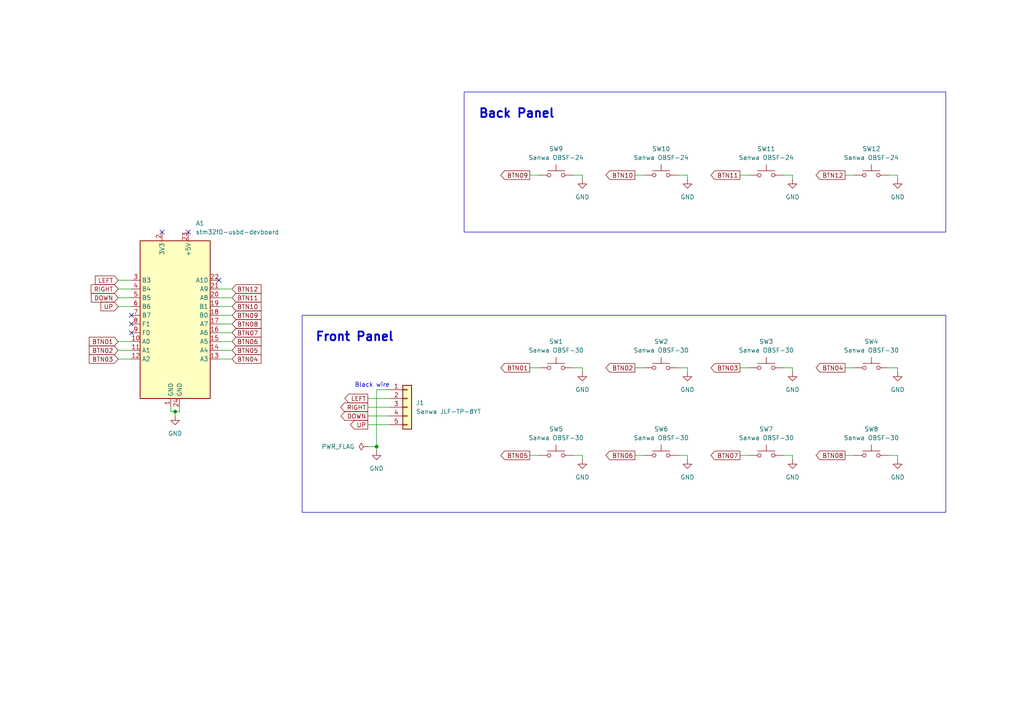
<source format=kicad_sch>
(kicad_sch (version 20250114) (generator "eeschema") (generator_version "9.0")
  (paper "A4")
  (title_block (title "fightstick") (comment 3 "Released under CERN Open Hardware Licence Version 2 - Strongly Reciprocal") (comment 4 "Designed by: Rafael G. Martins"))
  (lib_symbols
    (symbol "Connector_Generic:Conn_01x05" (pin_names (offset 1.016) (hide yes))
      (property "Reference" "J" (at 0 7.62 0))
      (property "Value" "Conn_01x05" (at 0 -7.62 0))
      (symbol "Conn_01x05_1_1"
        (rectangle (start -1.27 6.35) (end 1.27 -6.35) (stroke (width 0.254)) (fill (type background)))
        (rectangle (start -1.27 5.207) (end 0 4.953) (stroke (width 0.1524)))
        (rectangle (start -1.27 2.667) (end 0 2.413) (stroke (width 0.1524)))
        (rectangle (start -1.27 0.127) (end 0 -0.127) (stroke (width 0.1524)))
        (rectangle (start -1.27 -2.413) (end 0 -2.667) (stroke (width 0.1524)))
        (rectangle (start -1.27 -4.953) (end 0 -5.207) (stroke (width 0.1524)))
        (pin passive line (at -5.08 5.08 0) (length 3.81) (name "Pin_1") (number "1"))
        (pin passive line (at -5.08 2.54 0) (length 3.81) (name "Pin_2") (number "2"))
        (pin passive line (at -5.08 0 0) (length 3.81) (name "Pin_3") (number "3"))
        (pin passive line (at -5.08 -2.54 0) (length 3.81) (name "Pin_4") (number "4"))
        (pin passive line (at -5.08 -5.08 0) (length 3.81) (name "Pin_5") (number "5"))
      )
    )
    (symbol "Switch:SW_Push" (pin_numbers (hide yes)) (pin_names (offset 1.016) (hide yes))
      (property "Reference" "SW" (at 1.27 2.54 0))
      (property "Value" "SW_Push" (at 0 -1.524 0))
      (symbol "SW_Push_0_1"
        (circle (center -2.032 0) (radius 0.508))
        (polyline (pts (xy 0 1.27) (xy 0 3.048)))
        (circle (center 2.032 0) (radius 0.508))
        (polyline (pts (xy 2.54 1.27) (xy -2.54 1.27)))
        (pin passive line (at -5.08 0 0) (length 2.54) (name "1") (number "1"))
        (pin passive line (at 5.08 0 180) (length 2.54) (name "2") (number "2"))
      )
    )
    (symbol "power:GND" (power) (pin_numbers (hide yes)) (pin_names (offset 0) (hide yes))
      (property "Value" "GND" (at 0 -3.81 0))
      (symbol "GND_0_1"
        (polyline (pts (xy 0 0) (xy 0 -1.27) (xy 1.27 -1.27) (xy 0 -2.54) (xy -1.27 -1.27) (xy 0 -1.27)))
      )
      (symbol "GND_1_1"
        (pin power_in line (at 0 0 270) (length 0) (name "~") (number "1"))
      )
    )
    (symbol "power:PWR_FLAG" (power) (pin_numbers (hide yes)) (pin_names (offset 0) (hide yes))
      (property "Value" "PWR_FLAG" (at 0 3.81 0))
      (symbol "PWR_FLAG_0_0"
        (pin power_out line (at 0 0 90) (length 0) (name "~") (number "1"))
      )
      (symbol "PWR_FLAG_0_1"
        (polyline (pts (xy 0 0) (xy 0 1.27) (xy -1.016 1.905) (xy 0 2.54) (xy 1.016 1.905) (xy 0 1.27)))
      )
    )
    (symbol "stm32-usbd-devboards:stm32f0-usbd-devboard"
      (property "Reference" "A" (at -10.16 23.495 0))
      (property "Value" "stm32f0-usbd-devboard" (at 3.81 -24.13 0))
      (symbol "stm32f0-usbd-devboard_0_1"
        (rectangle (start -10.16 22.86) (end 10.16 -22.86) (stroke (width 0.254)) (fill (type background)))
      )
      (symbol "stm32f0-usbd-devboard_1_1"
        (pin bidirectional line (at -12.7 11.43 0) (length 2.54) (name "B3") (number "3"))
        (pin bidirectional line (at -12.7 8.89 0) (length 2.54) (name "B4") (number "4"))
        (pin bidirectional line (at -12.7 6.35 0) (length 2.54) (name "B5") (number "5"))
        (pin bidirectional line (at -12.7 3.81 0) (length 2.54) (name "B6") (number "6"))
        (pin bidirectional line (at -12.7 1.27 0) (length 2.54) (name "B7") (number "7"))
        (pin bidirectional line (at -12.7 -1.27 0) (length 2.54) (name "F1") (number "8"))
        (pin bidirectional line (at -12.7 -3.81 0) (length 2.54) (name "F0") (number "9"))
        (pin bidirectional line (at -12.7 -6.35 0) (length 2.54) (name "A0") (number "10"))
        (pin bidirectional line (at -12.7 -8.89 0) (length 2.54) (name "A1") (number "11"))
        (pin bidirectional line (at -12.7 -11.43 0) (length 2.54) (name "A2") (number "12"))
        (pin power_out line (at -3.81 25.4 270) (length 2.54) (name "3V3") (number "2"))
        (pin power_in line (at -1.27 -25.4 90) (length 2.54) (name "GND") (number "1"))
        (pin power_in line (at 1.27 -25.4 90) (length 2.54) (name "GND") (number "24"))
        (pin power_out line (at 3.81 25.4 270) (length 2.54) (name "+5V") (number "23"))
        (pin bidirectional line (at 12.7 11.43 180) (length 2.54) (name "A10") (number "22"))
        (pin bidirectional line (at 12.7 8.89 180) (length 2.54) (name "A9") (number "21"))
        (pin bidirectional line (at 12.7 6.35 180) (length 2.54) (name "A8") (number "20"))
        (pin bidirectional line (at 12.7 3.81 180) (length 2.54) (name "B1") (number "19"))
        (pin bidirectional line (at 12.7 1.27 180) (length 2.54) (name "B0") (number "18"))
        (pin bidirectional line (at 12.7 -1.27 180) (length 2.54) (name "A7") (number "17"))
        (pin bidirectional line (at 12.7 -3.81 180) (length 2.54) (name "A6") (number "16"))
        (pin bidirectional line (at 12.7 -6.35 180) (length 2.54) (name "A5") (number "15"))
        (pin bidirectional line (at 12.7 -8.89 180) (length 2.54) (name "A4") (number "14"))
        (pin bidirectional line (at 12.7 -11.43 180) (length 2.54) (name "A3") (number "13"))
      )
    )
  )
  (rectangle (start 87.63 91.44) (end 274.32 148.59))
  (rectangle (start 134.62 26.67) (end 274.32 67.31))
  (text "Front Panel" (at 102.87 97.79 0) (effects (font (size 2.54 2.54) (thickness 0.508) (bold yes))))
  (text "Black wire" (at 107.95 111.76 0) (effects (font (size 1.27 1.27))))
  (text "Back Panel" (at 149.86 33.02 0) (effects (font (size 2.54 2.54) (thickness 0.508) (bold yes))))
  (junction (at 109.22 129.54))
  (junction (at 50.8 119.38))
  (no_connect (at 38.1 91.44))
  (no_connect (at 46.99 67.31))
  (no_connect (at 38.1 96.52))
  (no_connect (at 38.1 93.98))
  (no_connect (at 54.61 67.31))
  (no_connect (at 63.5 81.28))
  (wire (pts (xy 106.68 123.19) (xy 113.03 123.19)))
  (wire (pts (xy 63.5 86.36) (xy 67.31 86.36)))
  (wire (pts (xy 106.68 115.57) (xy 113.03 115.57)))
  (wire (pts (xy 260.35 106.68) (xy 260.35 107.95)))
  (wire (pts (xy 109.22 113.03) (xy 113.03 113.03)))
  (wire (pts (xy 184.15 132.08) (xy 186.69 132.08)))
  (wire (pts (xy 184.15 50.8) (xy 186.69 50.8)))
  (wire (pts (xy 153.67 50.8) (xy 156.21 50.8)))
  (wire (pts (xy 168.91 106.68) (xy 168.91 107.95)))
  (wire (pts (xy 199.39 132.08) (xy 199.39 133.35)))
  (wire (pts (xy 214.63 106.68) (xy 217.17 106.68)))
  (wire (pts (xy 34.29 86.36) (xy 38.1 86.36)))
  (wire (pts (xy 257.81 50.8) (xy 260.35 50.8)))
  (wire (pts (xy 63.5 104.14) (xy 67.31 104.14)))
  (wire (pts (xy 168.91 50.8) (xy 168.91 52.07)))
  (wire (pts (xy 34.29 104.14) (xy 38.1 104.14)))
  (wire (pts (xy 168.91 132.08) (xy 168.91 133.35)))
  (wire (pts (xy 153.67 132.08) (xy 156.21 132.08)))
  (wire (pts (xy 196.85 132.08) (xy 199.39 132.08)))
  (wire (pts (xy 229.87 132.08) (xy 229.87 133.35)))
  (wire (pts (xy 34.29 88.9) (xy 38.1 88.9)))
  (wire (pts (xy 153.67 106.68) (xy 156.21 106.68)))
  (wire (pts (xy 34.29 83.82) (xy 38.1 83.82)))
  (wire (pts (xy 227.33 132.08) (xy 229.87 132.08)))
  (wire (pts (xy 227.33 106.68) (xy 229.87 106.68)))
  (wire (pts (xy 229.87 50.8) (xy 229.87 52.07)))
  (wire (pts (xy 63.5 83.82) (xy 67.31 83.82)))
  (wire (pts (xy 166.37 132.08) (xy 168.91 132.08)))
  (wire (pts (xy 260.35 133.35) (xy 260.35 132.08)))
  (wire (pts (xy 50.8 119.38) (xy 52.07 119.38)))
  (wire (pts (xy 184.15 106.68) (xy 186.69 106.68)))
  (wire (pts (xy 63.5 88.9) (xy 67.31 88.9)))
  (wire (pts (xy 257.81 106.68) (xy 260.35 106.68)))
  (wire (pts (xy 214.63 50.8) (xy 217.17 50.8)))
  (wire (pts (xy 214.63 132.08) (xy 217.17 132.08)))
  (wire (pts (xy 260.35 50.8) (xy 260.35 52.07)))
  (wire (pts (xy 229.87 106.68) (xy 229.87 107.95)))
  (wire (pts (xy 109.22 130.81) (xy 109.22 129.54)))
  (wire (pts (xy 166.37 106.68) (xy 168.91 106.68)))
  (wire (pts (xy 199.39 50.8) (xy 199.39 52.07)))
  (wire (pts (xy 227.33 50.8) (xy 229.87 50.8)))
  (wire (pts (xy 49.53 118.11) (xy 49.53 119.38)))
  (wire (pts (xy 34.29 99.06) (xy 38.1 99.06)))
  (wire (pts (xy 63.5 91.44) (xy 67.31 91.44)))
  (wire (pts (xy 34.29 101.6) (xy 38.1 101.6)))
  (wire (pts (xy 245.11 132.08) (xy 247.65 132.08)))
  (wire (pts (xy 196.85 50.8) (xy 199.39 50.8)))
  (wire (pts (xy 49.53 119.38) (xy 50.8 119.38)))
  (wire (pts (xy 109.22 129.54) (xy 109.22 113.03)))
  (wire (pts (xy 63.5 93.98) (xy 67.31 93.98)))
  (wire (pts (xy 245.11 106.68) (xy 247.65 106.68)))
  (wire (pts (xy 199.39 106.68) (xy 199.39 107.95)))
  (wire (pts (xy 63.5 96.52) (xy 67.31 96.52)))
  (wire (pts (xy 196.85 106.68) (xy 199.39 106.68)))
  (wire (pts (xy 166.37 50.8) (xy 168.91 50.8)))
  (wire (pts (xy 34.29 81.28) (xy 38.1 81.28)))
  (wire (pts (xy 63.5 99.06) (xy 67.31 99.06)))
  (wire (pts (xy 63.5 101.6) (xy 67.31 101.6)))
  (wire (pts (xy 106.68 118.11) (xy 113.03 118.11)))
  (wire (pts (xy 106.68 129.54) (xy 109.22 129.54)))
  (wire (pts (xy 106.68 120.65) (xy 113.03 120.65)))
  (wire (pts (xy 260.35 132.08) (xy 257.81 132.08)))
  (wire (pts (xy 50.8 119.38) (xy 50.8 120.65)))
  (wire (pts (xy 245.11 50.8) (xy 247.65 50.8)))
  (wire (pts (xy 52.07 119.38) (xy 52.07 118.11)))
  (global_label "DOWN" (shape input) (at 34.29 86.36 180) (property "Intersheetrefs" "${INTERSHEET_REFS}" (effects (hide yes))))
  (global_label "BTN07" (shape output) (at 214.63 132.08 180) (property "Intersheetrefs" "${INTERSHEET_REFS}" (effects (hide yes))))
  (global_label "BTN06" (shape input) (at 67.31 99.06 0) (property "Intersheetrefs" "${INTERSHEET_REFS}" (effects (hide yes))))
  (global_label "BTN03" (shape output) (at 214.63 106.68 180) (property "Intersheetrefs" "${INTERSHEET_REFS}" (effects (hide yes))))
  (global_label "BTN12" (shape output) (at 245.11 50.8 180) (property "Intersheetrefs" "${INTERSHEET_REFS}" (effects (hide yes))))
  (global_label "BTN05" (shape input) (at 67.31 101.6 0) (property "Intersheetrefs" "${INTERSHEET_REFS}" (effects (hide yes))))
  (global_label "BTN11" (shape output) (at 214.63 50.8 180) (property "Intersheetrefs" "${INTERSHEET_REFS}" (effects (hide yes))))
  (global_label "BTN06" (shape output) (at 184.15 132.08 180) (property "Intersheetrefs" "${INTERSHEET_REFS}" (effects (hide yes))))
  (global_label "BTN09" (shape input) (at 67.31 91.44 0) (property "Intersheetrefs" "${INTERSHEET_REFS}" (effects (hide yes))))
  (global_label "BTN10" (shape output) (at 184.15 50.8 180) (property "Intersheetrefs" "${INTERSHEET_REFS}" (effects (hide yes))))
  (global_label "BTN05" (shape output) (at 153.67 132.08 180) (property "Intersheetrefs" "${INTERSHEET_REFS}" (effects (hide yes))))
  (global_label "BTN04" (shape output) (at 245.11 106.68 180) (property "Intersheetrefs" "${INTERSHEET_REFS}" (effects (hide yes))))
  (global_label "BTN07" (shape input) (at 67.31 96.52 0) (property "Intersheetrefs" "${INTERSHEET_REFS}" (effects (hide yes))))
  (global_label "BTN02" (shape input) (at 34.29 101.6 180) (property "Intersheetrefs" "${INTERSHEET_REFS}" (effects (hide yes))))
  (global_label "RIGHT" (shape input) (at 34.29 83.82 180) (property "Intersheetrefs" "${INTERSHEET_REFS}" (effects (hide yes))))
  (global_label "BTN10" (shape input) (at 67.31 88.9 0) (property "Intersheetrefs" "${INTERSHEET_REFS}" (effects (hide yes))))
  (global_label "BTN02" (shape output) (at 184.15 106.68 180) (property "Intersheetrefs" "${INTERSHEET_REFS}" (effects (hide yes))))
  (global_label "BTN01" (shape output) (at 153.67 106.68 180) (property "Intersheetrefs" "${INTERSHEET_REFS}" (effects (hide yes))))
  (global_label "UP" (shape input) (at 34.29 88.9 180) (property "Intersheetrefs" "${INTERSHEET_REFS}" (effects (hide yes))))
  (global_label "LEFT" (shape output) (at 106.68 115.57 180) (property "Intersheetrefs" "${INTERSHEET_REFS}" (effects (hide yes))))
  (global_label "BTN03" (shape input) (at 34.29 104.14 180) (property "Intersheetrefs" "${INTERSHEET_REFS}" (effects (hide yes))))
  (global_label "UP" (shape output) (at 106.68 123.19 180) (property "Intersheetrefs" "${INTERSHEET_REFS}" (effects (hide yes))))
  (global_label "BTN09" (shape output) (at 153.67 50.8 180) (property "Intersheetrefs" "${INTERSHEET_REFS}" (effects (hide yes))))
  (global_label "BTN04" (shape input) (at 67.31 104.14 0) (property "Intersheetrefs" "${INTERSHEET_REFS}" (effects (hide yes))))
  (global_label "BTN08" (shape output) (at 245.11 132.08 180) (property "Intersheetrefs" "${INTERSHEET_REFS}" (effects (hide yes))))
  (global_label "DOWN" (shape output) (at 106.68 120.65 180) (property "Intersheetrefs" "${INTERSHEET_REFS}" (effects (hide yes))))
  (global_label "BTN01" (shape input) (at 34.29 99.06 180) (property "Intersheetrefs" "${INTERSHEET_REFS}" (effects (hide yes))))
  (global_label "BTN12" (shape input) (at 67.31 83.82 0) (property "Intersheetrefs" "${INTERSHEET_REFS}" (effects (hide yes))))
  (global_label "BTN08" (shape input) (at 67.31 93.98 0) (property "Intersheetrefs" "${INTERSHEET_REFS}" (effects (hide yes))))
  (global_label "RIGHT" (shape output) (at 106.68 118.11 180) (property "Intersheetrefs" "${INTERSHEET_REFS}" (effects (hide yes))))
  (global_label "BTN11" (shape input) (at 67.31 86.36 0) (property "Intersheetrefs" "${INTERSHEET_REFS}" (effects (hide yes))))
  (global_label "LEFT" (shape input) (at 34.29 81.28 180) (property "Intersheetrefs" "${INTERSHEET_REFS}" (effects (hide yes))))
  (symbol (lib_id "Switch:SW_Push") (at 161.29 132.08 0) (unit 1)
    (property "Reference" "SW5" (at 161.29 124.46 0))
    (property "Value" "Sanwa OBSF-30" (at 161.29 127 0))
    (property "Description" "Push button switch, generic, two pins" (effects (hide yes)))
  )
  (symbol (lib_id "power:GND") (at 50.8 120.65 0) (unit 1)
    (property "Reference" "#PWR02" (effects (hide yes)))
    (property "Value" "GND" (at 50.8 125.73 0))
    (property "Description" "Power symbol creates a global label with name \"GND\" , ground" (effects (hide yes)))
  )
  (symbol (lib_id "power:GND") (at 199.39 133.35 0) (unit 1)
    (property "Reference" "#PWR05" (effects (hide yes)))
    (property "Value" "GND" (at 199.39 138.43 0))
    (property "Description" "Power symbol creates a global label with name \"GND\" , ground" (effects (hide yes)))
  )
  (symbol (lib_id "Switch:SW_Push") (at 191.77 132.08 0) (unit 1)
    (property "Reference" "SW6" (at 191.77 124.46 0))
    (property "Value" "Sanwa OBSF-30" (at 191.77 127 0))
    (property "Description" "Push button switch, generic, two pins" (effects (hide yes)))
  )
  (symbol (lib_id "power:GND") (at 229.87 52.07 0) (unit 1)
    (property "Reference" "#PWR013" (effects (hide yes)))
    (property "Value" "GND" (at 229.87 57.15 0))
    (property "Description" "Power symbol creates a global label with name \"GND\" , ground" (effects (hide yes)))
  )
  (symbol (lib_id "power:GND") (at 168.91 52.07 0) (unit 1)
    (property "Reference" "#PWR011" (effects (hide yes)))
    (property "Value" "GND" (at 168.91 57.15 0))
    (property "Description" "Power symbol creates a global label with name \"GND\" , ground" (effects (hide yes)))
  )
  (symbol (lib_id "Switch:SW_Push") (at 252.73 106.68 0) (unit 1)
    (property "Reference" "SW4" (at 252.73 99.06 0))
    (property "Value" "Sanwa OBSF-30" (at 252.73 101.6 0))
    (property "Description" "Push button switch, generic, two pins" (effects (hide yes)))
  )
  (symbol (lib_id "Switch:SW_Push") (at 252.73 50.8 0) (unit 1)
    (property "Reference" "SW12" (at 252.73 43.18 0))
    (property "Value" "Sanwa OBSF-24" (at 252.73 45.72 0))
    (property "Description" "Push button switch, generic, two pins" (effects (hide yes)))
  )
  (symbol (lib_id "power:GND") (at 260.35 133.35 0) (unit 1)
    (property "Reference" "#PWR09" (effects (hide yes)))
    (property "Value" "GND" (at 260.35 138.43 0))
    (property "Description" "Power symbol creates a global label with name \"GND\" , ground" (effects (hide yes)))
  )
  (symbol (lib_id "Switch:SW_Push") (at 222.25 106.68 0) (unit 1)
    (property "Reference" "SW3" (at 222.25 99.06 0))
    (property "Value" "Sanwa OBSF-30" (at 222.25 101.6 0))
    (property "Description" "Push button switch, generic, two pins" (effects (hide yes)))
  )
  (symbol (lib_id "Switch:SW_Push") (at 191.77 50.8 0) (unit 1)
    (property "Reference" "SW10" (at 191.77 43.18 0))
    (property "Value" "Sanwa OBSF-24" (at 191.77 45.72 0))
    (property "Description" "Push button switch, generic, two pins" (effects (hide yes)))
  )
  (symbol (lib_id "power:PWR_FLAG") (at 106.68 129.54 90) (unit 1)
    (property "Reference" "#FLG01" (effects (hide yes)))
    (property "Value" "PWR_FLAG" (at 102.87 129.5399 90) (effects (justify left)))
    (property "Description" "Special symbol for telling ERC where power comes from" (effects (hide yes)))
  )
  (symbol (lib_id "power:GND") (at 199.39 52.07 0) (unit 1)
    (property "Reference" "#PWR012" (effects (hide yes)))
    (property "Value" "GND" (at 199.39 57.15 0))
    (property "Description" "Power symbol creates a global label with name \"GND\" , ground" (effects (hide yes)))
  )
  (symbol (lib_id "Switch:SW_Push") (at 191.77 106.68 0) (unit 1)
    (property "Reference" "SW2" (at 191.77 99.06 0))
    (property "Value" "Sanwa OBSF-30" (at 191.77 101.6 0))
    (property "Description" "Push button switch, generic, two pins" (effects (hide yes)))
  )
  (symbol (lib_id "power:GND") (at 260.35 107.95 0) (unit 1)
    (property "Reference" "#PWR010" (effects (hide yes)))
    (property "Value" "GND" (at 260.35 113.03 0))
    (property "Description" "Power symbol creates a global label with name \"GND\" , ground" (effects (hide yes)))
  )
  (symbol (lib_id "power:GND") (at 229.87 107.95 0) (unit 1)
    (property "Reference" "#PWR07" (effects (hide yes)))
    (property "Value" "GND" (at 229.87 113.03 0))
    (property "Description" "Power symbol creates a global label with name \"GND\" , ground" (effects (hide yes)))
  )
  (symbol (lib_id "power:GND") (at 199.39 107.95 0) (unit 1)
    (property "Reference" "#PWR06" (effects (hide yes)))
    (property "Value" "GND" (at 199.39 113.03 0))
    (property "Description" "Power symbol creates a global label with name \"GND\" , ground" (effects (hide yes)))
  )
  (symbol (lib_id "Switch:SW_Push") (at 161.29 106.68 0) (unit 1)
    (property "Reference" "SW1" (at 161.29 99.06 0))
    (property "Value" "Sanwa OBSF-30" (at 161.29 101.6 0))
    (property "Description" "Push button switch, generic, two pins" (effects (hide yes)))
  )
  (symbol (lib_id "Switch:SW_Push") (at 222.25 132.08 0) (unit 1)
    (property "Reference" "SW7" (at 222.25 124.46 0))
    (property "Value" "Sanwa OBSF-30" (at 222.25 127 0))
    (property "Description" "Push button switch, generic, two pins" (effects (hide yes)))
  )
  (symbol (lib_id "power:GND") (at 109.22 130.81 0) (unit 1)
    (property "Reference" "#PWR01" (effects (hide yes)))
    (property "Value" "GND" (at 109.22 135.89 0))
    (property "Description" "Power symbol creates a global label with name \"GND\" , ground" (effects (hide yes)))
  )
  (symbol (lib_id "power:GND") (at 168.91 107.95 0) (unit 1)
    (property "Reference" "#PWR03" (effects (hide yes)))
    (property "Value" "GND" (at 168.91 113.03 0))
    (property "Description" "Power symbol creates a global label with name \"GND\" , ground" (effects (hide yes)))
  )
  (symbol (lib_id "Connector_Generic:Conn_01x05") (at 118.11 118.11 0) (unit 1)
    (property "Reference" "J1" (at 120.65 116.8399 0) (effects (justify left)))
    (property "Value" "Sanwa JLF-TP-8YT" (at 120.65 119.3799 0) (effects (justify left)))
    (property "Description" "Generic connector, single row, 01x05, script generated (kicad-library-utils/schlib/autogen/connector/)" (effects (hide yes)))
  )
  (symbol (lib_id "power:GND") (at 168.91 133.35 0) (unit 1)
    (property "Reference" "#PWR04" (effects (hide yes)))
    (property "Value" "GND" (at 168.91 138.43 0))
    (property "Description" "Power symbol creates a global label with name \"GND\" , ground" (effects (hide yes)))
  )
  (symbol (lib_id "power:GND") (at 229.87 133.35 0) (unit 1)
    (property "Reference" "#PWR08" (effects (hide yes)))
    (property "Value" "GND" (at 229.87 138.43 0))
    (property "Description" "Power symbol creates a global label with name \"GND\" , ground" (effects (hide yes)))
  )
  (symbol (lib_id "stm32-usbd-devboards:stm32f0-usbd-devboard") (at 50.8 92.71 0) (unit 1)
    (property "Reference" "A1" (at 56.7533 64.77 0) (effects (justify left)))
    (property "Value" "stm32f0-usbd-devboard" (at 56.7533 67.31 0) (effects (justify left)))
    (property "Datasheet" "https://github.com/rafaelmartins/stm32-usbd-devboards" (effects (hide yes)))
    (property "Description" "Development boards designed for USB-related projects based on STM32F0 microcontroller series." (effects (hide yes)))
  )
  (symbol (lib_id "Switch:SW_Push") (at 222.25 50.8 0) (unit 1)
    (property "Reference" "SW11" (at 222.25 43.18 0))
    (property "Value" "Sanwa OBSF-24" (at 222.25 45.72 0))
    (property "Description" "Push button switch, generic, two pins" (effects (hide yes)))
  )
  (symbol (lib_id "power:GND") (at 260.35 52.07 0) (unit 1)
    (property "Reference" "#PWR014" (effects (hide yes)))
    (property "Value" "GND" (at 260.35 57.15 0))
    (property "Description" "Power symbol creates a global label with name \"GND\" , ground" (effects (hide yes)))
  )
  (symbol (lib_id "Switch:SW_Push") (at 161.29 50.8 0) (unit 1)
    (property "Reference" "SW9" (at 161.29 43.18 0))
    (property "Value" "Sanwa OBSF-24" (at 161.29 45.72 0))
    (property "Description" "Push button switch, generic, two pins" (effects (hide yes)))
  )
  (symbol (lib_id "Switch:SW_Push") (at 252.73 132.08 0) (unit 1)
    (property "Reference" "SW8" (at 252.73 124.46 0))
    (property "Value" "Sanwa OBSF-30" (at 252.73 127 0))
    (property "Description" "Push button switch, generic, two pins" (effects (hide yes)))
  )
)
</source>
